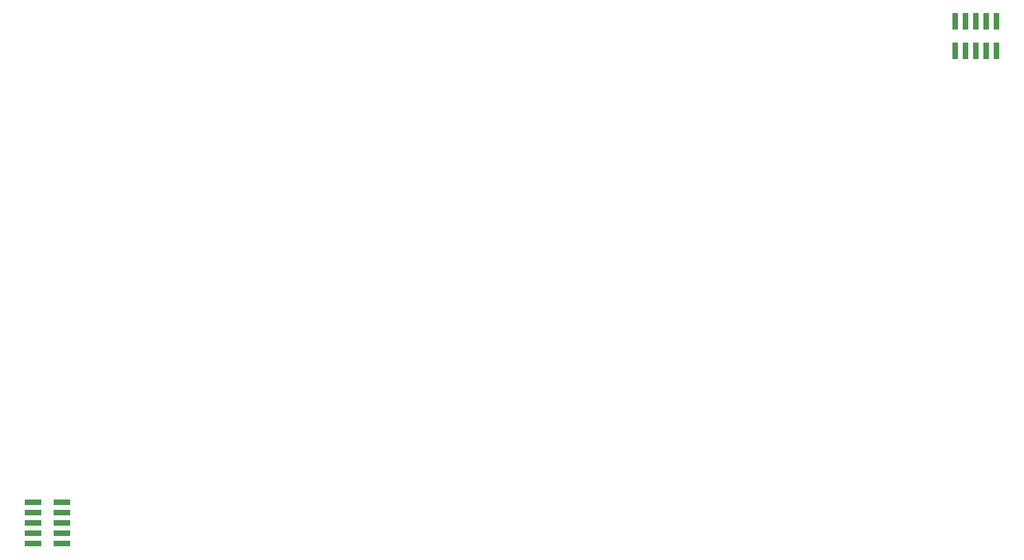
<source format=gbr>
%TF.GenerationSoftware,KiCad,Pcbnew,5.1.6*%
%TF.CreationDate,2020-06-25T18:17:16+02:00*%
%TF.ProjectId,OTTOdiy_SMD,4f54544f-6469-4795-9f53-4d442e6b6963,rev?*%
%TF.SameCoordinates,PX269fb20PYbb65a20*%
%TF.FileFunction,Paste,Top*%
%TF.FilePolarity,Positive*%
%FSLAX46Y46*%
G04 Gerber Fmt 4.6, Leading zero omitted, Abs format (unit mm)*
G04 Created by KiCad (PCBNEW 5.1.6) date 2020-06-25 18:17:16*
%MOMM*%
%LPD*%
G01*
G04 APERTURE LIST*
%ADD10R,2.100000X0.750000*%
%ADD11R,0.750000X2.100000*%
G04 APERTURE END LIST*
D10*
X-21530000Y120960000D03*
X-17930000Y120960000D03*
X-21530000Y122230000D03*
X-17930000Y122230000D03*
X-21530000Y123500000D03*
X-17930000Y123500000D03*
X-21530000Y124770000D03*
X-17930000Y124770000D03*
X-21530000Y126040000D03*
X-17930000Y126040000D03*
D11*
X97040000Y181700000D03*
X97040000Y185300000D03*
X95770000Y181700000D03*
X95770000Y185300000D03*
X94500000Y181700000D03*
X94500000Y185300000D03*
X93230000Y181700000D03*
X93230000Y185300000D03*
X91960000Y181700000D03*
X91960000Y185300000D03*
M02*

</source>
